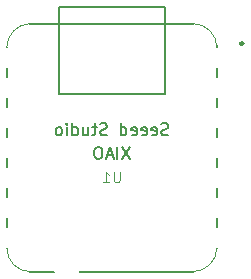
<source format=gbr>
%TF.GenerationSoftware,KiCad,Pcbnew,8.0.6*%
%TF.CreationDate,2024-10-21T23:06:16+01:00*%
%TF.ProjectId,vrishpad,76726973-6870-4616-942e-6b696361645f,rev?*%
%TF.SameCoordinates,Original*%
%TF.FileFunction,Legend,Bot*%
%TF.FilePolarity,Positive*%
%FSLAX46Y46*%
G04 Gerber Fmt 4.6, Leading zero omitted, Abs format (unit mm)*
G04 Created by KiCad (PCBNEW 8.0.6) date 2024-10-21 23:06:16*
%MOMM*%
%LPD*%
G01*
G04 APERTURE LIST*
%ADD10C,0.101600*%
%ADD11C,0.150000*%
%ADD12C,0.025400*%
%ADD13C,0.254000*%
%ADD14C,0.120000*%
%ADD15C,0.127000*%
%ADD16C,1.701800*%
%ADD17C,3.987800*%
%ADD18C,2.300000*%
%ADD19R,1.600000X1.600000*%
%ADD20O,1.600000X1.600000*%
%ADD21R,1.700000X1.700000*%
%ADD22O,1.700000X1.700000*%
%ADD23C,2.000000*%
%ADD24R,3.200000X2.000000*%
%ADD25R,2.000000X2.000000*%
%ADD26O,3.700000X1.700000*%
%ADD27O,3.600000X1.700000*%
%ADD28R,3.500000X1.700000*%
G04 APERTURE END LIST*
D10*
X48293833Y-37108985D02*
X48293833Y-37828652D01*
X48293833Y-37828652D02*
X48251500Y-37913318D01*
X48251500Y-37913318D02*
X48209166Y-37955652D01*
X48209166Y-37955652D02*
X48124500Y-37997985D01*
X48124500Y-37997985D02*
X47955166Y-37997985D01*
X47955166Y-37997985D02*
X47870500Y-37955652D01*
X47870500Y-37955652D02*
X47828166Y-37913318D01*
X47828166Y-37913318D02*
X47785833Y-37828652D01*
X47785833Y-37828652D02*
X47785833Y-37108985D01*
X46896833Y-37997985D02*
X47404833Y-37997985D01*
X47150833Y-37997985D02*
X47150833Y-37108985D01*
X47150833Y-37108985D02*
X47235500Y-37235985D01*
X47235500Y-37235985D02*
X47320167Y-37320652D01*
X47320167Y-37320652D02*
X47404833Y-37362985D01*
D11*
X52378404Y-33959200D02*
X52235547Y-34006819D01*
X52235547Y-34006819D02*
X51997452Y-34006819D01*
X51997452Y-34006819D02*
X51902214Y-33959200D01*
X51902214Y-33959200D02*
X51854595Y-33911580D01*
X51854595Y-33911580D02*
X51806976Y-33816342D01*
X51806976Y-33816342D02*
X51806976Y-33721104D01*
X51806976Y-33721104D02*
X51854595Y-33625866D01*
X51854595Y-33625866D02*
X51902214Y-33578247D01*
X51902214Y-33578247D02*
X51997452Y-33530628D01*
X51997452Y-33530628D02*
X52187928Y-33483009D01*
X52187928Y-33483009D02*
X52283166Y-33435390D01*
X52283166Y-33435390D02*
X52330785Y-33387771D01*
X52330785Y-33387771D02*
X52378404Y-33292533D01*
X52378404Y-33292533D02*
X52378404Y-33197295D01*
X52378404Y-33197295D02*
X52330785Y-33102057D01*
X52330785Y-33102057D02*
X52283166Y-33054438D01*
X52283166Y-33054438D02*
X52187928Y-33006819D01*
X52187928Y-33006819D02*
X51949833Y-33006819D01*
X51949833Y-33006819D02*
X51806976Y-33054438D01*
X50997452Y-33959200D02*
X51092690Y-34006819D01*
X51092690Y-34006819D02*
X51283166Y-34006819D01*
X51283166Y-34006819D02*
X51378404Y-33959200D01*
X51378404Y-33959200D02*
X51426023Y-33863961D01*
X51426023Y-33863961D02*
X51426023Y-33483009D01*
X51426023Y-33483009D02*
X51378404Y-33387771D01*
X51378404Y-33387771D02*
X51283166Y-33340152D01*
X51283166Y-33340152D02*
X51092690Y-33340152D01*
X51092690Y-33340152D02*
X50997452Y-33387771D01*
X50997452Y-33387771D02*
X50949833Y-33483009D01*
X50949833Y-33483009D02*
X50949833Y-33578247D01*
X50949833Y-33578247D02*
X51426023Y-33673485D01*
X50140309Y-33959200D02*
X50235547Y-34006819D01*
X50235547Y-34006819D02*
X50426023Y-34006819D01*
X50426023Y-34006819D02*
X50521261Y-33959200D01*
X50521261Y-33959200D02*
X50568880Y-33863961D01*
X50568880Y-33863961D02*
X50568880Y-33483009D01*
X50568880Y-33483009D02*
X50521261Y-33387771D01*
X50521261Y-33387771D02*
X50426023Y-33340152D01*
X50426023Y-33340152D02*
X50235547Y-33340152D01*
X50235547Y-33340152D02*
X50140309Y-33387771D01*
X50140309Y-33387771D02*
X50092690Y-33483009D01*
X50092690Y-33483009D02*
X50092690Y-33578247D01*
X50092690Y-33578247D02*
X50568880Y-33673485D01*
X49283166Y-33959200D02*
X49378404Y-34006819D01*
X49378404Y-34006819D02*
X49568880Y-34006819D01*
X49568880Y-34006819D02*
X49664118Y-33959200D01*
X49664118Y-33959200D02*
X49711737Y-33863961D01*
X49711737Y-33863961D02*
X49711737Y-33483009D01*
X49711737Y-33483009D02*
X49664118Y-33387771D01*
X49664118Y-33387771D02*
X49568880Y-33340152D01*
X49568880Y-33340152D02*
X49378404Y-33340152D01*
X49378404Y-33340152D02*
X49283166Y-33387771D01*
X49283166Y-33387771D02*
X49235547Y-33483009D01*
X49235547Y-33483009D02*
X49235547Y-33578247D01*
X49235547Y-33578247D02*
X49711737Y-33673485D01*
X48378404Y-34006819D02*
X48378404Y-33006819D01*
X48378404Y-33959200D02*
X48473642Y-34006819D01*
X48473642Y-34006819D02*
X48664118Y-34006819D01*
X48664118Y-34006819D02*
X48759356Y-33959200D01*
X48759356Y-33959200D02*
X48806975Y-33911580D01*
X48806975Y-33911580D02*
X48854594Y-33816342D01*
X48854594Y-33816342D02*
X48854594Y-33530628D01*
X48854594Y-33530628D02*
X48806975Y-33435390D01*
X48806975Y-33435390D02*
X48759356Y-33387771D01*
X48759356Y-33387771D02*
X48664118Y-33340152D01*
X48664118Y-33340152D02*
X48473642Y-33340152D01*
X48473642Y-33340152D02*
X48378404Y-33387771D01*
X47187927Y-33959200D02*
X47045070Y-34006819D01*
X47045070Y-34006819D02*
X46806975Y-34006819D01*
X46806975Y-34006819D02*
X46711737Y-33959200D01*
X46711737Y-33959200D02*
X46664118Y-33911580D01*
X46664118Y-33911580D02*
X46616499Y-33816342D01*
X46616499Y-33816342D02*
X46616499Y-33721104D01*
X46616499Y-33721104D02*
X46664118Y-33625866D01*
X46664118Y-33625866D02*
X46711737Y-33578247D01*
X46711737Y-33578247D02*
X46806975Y-33530628D01*
X46806975Y-33530628D02*
X46997451Y-33483009D01*
X46997451Y-33483009D02*
X47092689Y-33435390D01*
X47092689Y-33435390D02*
X47140308Y-33387771D01*
X47140308Y-33387771D02*
X47187927Y-33292533D01*
X47187927Y-33292533D02*
X47187927Y-33197295D01*
X47187927Y-33197295D02*
X47140308Y-33102057D01*
X47140308Y-33102057D02*
X47092689Y-33054438D01*
X47092689Y-33054438D02*
X46997451Y-33006819D01*
X46997451Y-33006819D02*
X46759356Y-33006819D01*
X46759356Y-33006819D02*
X46616499Y-33054438D01*
X46330784Y-33340152D02*
X45949832Y-33340152D01*
X46187927Y-33006819D02*
X46187927Y-33863961D01*
X46187927Y-33863961D02*
X46140308Y-33959200D01*
X46140308Y-33959200D02*
X46045070Y-34006819D01*
X46045070Y-34006819D02*
X45949832Y-34006819D01*
X45187927Y-33340152D02*
X45187927Y-34006819D01*
X45616498Y-33340152D02*
X45616498Y-33863961D01*
X45616498Y-33863961D02*
X45568879Y-33959200D01*
X45568879Y-33959200D02*
X45473641Y-34006819D01*
X45473641Y-34006819D02*
X45330784Y-34006819D01*
X45330784Y-34006819D02*
X45235546Y-33959200D01*
X45235546Y-33959200D02*
X45187927Y-33911580D01*
X44283165Y-34006819D02*
X44283165Y-33006819D01*
X44283165Y-33959200D02*
X44378403Y-34006819D01*
X44378403Y-34006819D02*
X44568879Y-34006819D01*
X44568879Y-34006819D02*
X44664117Y-33959200D01*
X44664117Y-33959200D02*
X44711736Y-33911580D01*
X44711736Y-33911580D02*
X44759355Y-33816342D01*
X44759355Y-33816342D02*
X44759355Y-33530628D01*
X44759355Y-33530628D02*
X44711736Y-33435390D01*
X44711736Y-33435390D02*
X44664117Y-33387771D01*
X44664117Y-33387771D02*
X44568879Y-33340152D01*
X44568879Y-33340152D02*
X44378403Y-33340152D01*
X44378403Y-33340152D02*
X44283165Y-33387771D01*
X43806974Y-34006819D02*
X43806974Y-33340152D01*
X43806974Y-33006819D02*
X43854593Y-33054438D01*
X43854593Y-33054438D02*
X43806974Y-33102057D01*
X43806974Y-33102057D02*
X43759355Y-33054438D01*
X43759355Y-33054438D02*
X43806974Y-33006819D01*
X43806974Y-33006819D02*
X43806974Y-33102057D01*
X43187927Y-34006819D02*
X43283165Y-33959200D01*
X43283165Y-33959200D02*
X43330784Y-33911580D01*
X43330784Y-33911580D02*
X43378403Y-33816342D01*
X43378403Y-33816342D02*
X43378403Y-33530628D01*
X43378403Y-33530628D02*
X43330784Y-33435390D01*
X43330784Y-33435390D02*
X43283165Y-33387771D01*
X43283165Y-33387771D02*
X43187927Y-33340152D01*
X43187927Y-33340152D02*
X43045070Y-33340152D01*
X43045070Y-33340152D02*
X42949832Y-33387771D01*
X42949832Y-33387771D02*
X42902213Y-33435390D01*
X42902213Y-33435390D02*
X42854594Y-33530628D01*
X42854594Y-33530628D02*
X42854594Y-33816342D01*
X42854594Y-33816342D02*
X42902213Y-33911580D01*
X42902213Y-33911580D02*
X42949832Y-33959200D01*
X42949832Y-33959200D02*
X43045070Y-34006819D01*
X43045070Y-34006819D02*
X43187927Y-34006819D01*
X49140308Y-35006819D02*
X48473642Y-36006819D01*
X48473642Y-35006819D02*
X49140308Y-36006819D01*
X48092689Y-36006819D02*
X48092689Y-35006819D01*
X47664118Y-35721104D02*
X47187928Y-35721104D01*
X47759356Y-36006819D02*
X47426023Y-35006819D01*
X47426023Y-35006819D02*
X47092690Y-36006819D01*
X46568880Y-35006819D02*
X46378404Y-35006819D01*
X46378404Y-35006819D02*
X46283166Y-35054438D01*
X46283166Y-35054438D02*
X46187928Y-35149676D01*
X46187928Y-35149676D02*
X46140309Y-35340152D01*
X46140309Y-35340152D02*
X46140309Y-35673485D01*
X46140309Y-35673485D02*
X46187928Y-35863961D01*
X46187928Y-35863961D02*
X46283166Y-35959200D01*
X46283166Y-35959200D02*
X46378404Y-36006819D01*
X46378404Y-36006819D02*
X46568880Y-36006819D01*
X46568880Y-36006819D02*
X46664118Y-35959200D01*
X46664118Y-35959200D02*
X46759356Y-35863961D01*
X46759356Y-35863961D02*
X46806975Y-35673485D01*
X46806975Y-35673485D02*
X46806975Y-35340152D01*
X46806975Y-35340152D02*
X46759356Y-35149676D01*
X46759356Y-35149676D02*
X46664118Y-35054438D01*
X46664118Y-35054438D02*
X46568880Y-35006819D01*
D12*
%TO.C,U1*%
X38774252Y-43962955D02*
X38764347Y-43914950D01*
X38755456Y-43866690D01*
X38747836Y-43818175D01*
X38741232Y-43769407D01*
X38735899Y-43720639D01*
X38731835Y-43671618D01*
X38728787Y-43622850D01*
X38727008Y-43573574D01*
X38774252Y-43962955D01*
X56501167Y-26441527D02*
X56504215Y-26490295D01*
X56497103Y-26392506D01*
X56501167Y-26441527D01*
D13*
X58743500Y-26252000D02*
G75*
G02*
X58489500Y-26252000I-127000J0D01*
G01*
X58489500Y-26252000D02*
G75*
G02*
X58743500Y-26252000I127000J0D01*
G01*
D14*
X56516500Y-43552000D02*
G75*
G02*
X54516500Y-45552000I-2044857J44857D01*
G01*
X54516500Y-24552000D02*
G75*
G02*
X56516500Y-26552000I-44612J-2044612D01*
G01*
X40716500Y-45552000D02*
G75*
G02*
X38716500Y-43552000I0J2000000D01*
G01*
X38716500Y-26552000D02*
G75*
G02*
X40716500Y-24552000I2044610J-44610D01*
G01*
D15*
X56516500Y-43552000D02*
X56516500Y-26552000D01*
X54516500Y-24552910D02*
X40716500Y-24552910D01*
X52116500Y-30481270D02*
X43116500Y-30481270D01*
X52116500Y-23127970D02*
X52116500Y-30481270D01*
X43116500Y-30481270D02*
X43116500Y-23127970D01*
X43116500Y-23127970D02*
X52116500Y-23127970D01*
X40716500Y-45552000D02*
X54516500Y-45552000D01*
X38716500Y-26552000D02*
X38716500Y-43552000D01*
%TD*%
%LPC*%
D16*
%TO.C,SW7*%
X80645000Y-66675000D03*
D17*
X85725000Y-66675000D03*
D16*
X90805000Y-66675000D03*
D18*
X81915000Y-64135000D03*
X88265000Y-61595000D03*
%TD*%
D19*
%TO.C,D2*%
X56007000Y-75184000D03*
D20*
X56007000Y-67564000D03*
%TD*%
D19*
%TO.C,D10*%
X75184000Y-94234000D03*
D20*
X75184000Y-86614000D03*
%TD*%
D19*
%TO.C,D9*%
X56134000Y-94107000D03*
D20*
X56134000Y-86487000D03*
%TD*%
D16*
%TO.C,SW12*%
X61595000Y-104775000D03*
D17*
X66675000Y-104775000D03*
D16*
X71755000Y-104775000D03*
D18*
X62865000Y-102235000D03*
X69215000Y-99695000D03*
%TD*%
D16*
%TO.C,SW3*%
X42545000Y-47625000D03*
D17*
X47625000Y-47625000D03*
D16*
X52705000Y-47625000D03*
D18*
X43815000Y-45085000D03*
X50165000Y-42545000D03*
%TD*%
D21*
%TO.C,U2*%
X93345000Y-26670000D03*
D22*
X93345000Y-29210000D03*
X93345000Y-31750000D03*
X93345000Y-34290000D03*
%TD*%
D16*
%TO.C,SW9*%
X42545000Y-85725000D03*
D17*
X47625000Y-85725000D03*
D16*
X52705000Y-85725000D03*
D18*
X43815000Y-83185000D03*
X50165000Y-80645000D03*
%TD*%
D19*
%TO.C,D15*%
X94234000Y-113030000D03*
D20*
X94234000Y-105410000D03*
%TD*%
D16*
%TO.C,SW5*%
X61595000Y-47625000D03*
D17*
X66675000Y-47625000D03*
D16*
X71755000Y-47625000D03*
D18*
X62865000Y-45085000D03*
X69215000Y-42545000D03*
%TD*%
D16*
%TO.C,SW6*%
X61595000Y-66675000D03*
D17*
X66675000Y-66675000D03*
D16*
X71755000Y-66675000D03*
D18*
X62865000Y-64135000D03*
X69215000Y-61595000D03*
%TD*%
D19*
%TO.C,D1*%
X56007000Y-56134000D03*
D20*
X56007000Y-48514000D03*
%TD*%
D16*
%TO.C,SW4*%
X42545000Y-66675000D03*
D17*
X47625000Y-66675000D03*
D16*
X52705000Y-66675000D03*
D18*
X43815000Y-64135000D03*
X50165000Y-61595000D03*
%TD*%
D19*
%TO.C,D3*%
X75184000Y-56134000D03*
D20*
X75184000Y-48514000D03*
%TD*%
D19*
%TO.C,D4*%
X75184000Y-75184000D03*
D20*
X75184000Y-67564000D03*
%TD*%
D16*
%TO.C,SW11*%
X42545000Y-104775000D03*
D17*
X47625000Y-104775000D03*
D16*
X52705000Y-104775000D03*
D18*
X43815000Y-102235000D03*
X50165000Y-99695000D03*
%TD*%
D19*
%TO.C,D5*%
X77724000Y-56134000D03*
D20*
X85344000Y-56134000D03*
%TD*%
D19*
%TO.C,D13*%
X94234000Y-94234000D03*
D20*
X94234000Y-86614000D03*
%TD*%
D19*
%TO.C,D11*%
X56134000Y-113284000D03*
D20*
X56134000Y-105664000D03*
%TD*%
D19*
%TO.C,D7*%
X94234000Y-75184000D03*
D20*
X94234000Y-67564000D03*
%TD*%
D19*
%TO.C,D12*%
X75184000Y-113284000D03*
D20*
X75184000Y-105664000D03*
%TD*%
D16*
%TO.C,SW15*%
X80645000Y-104775000D03*
D17*
X85725000Y-104775000D03*
D16*
X90805000Y-104775000D03*
D18*
X81915000Y-102235000D03*
X88265000Y-99695000D03*
%TD*%
D16*
%TO.C,SW13*%
X80645000Y-85725000D03*
D17*
X85725000Y-85725000D03*
D16*
X90805000Y-85725000D03*
D18*
X81915000Y-83185000D03*
X88265000Y-80645000D03*
%TD*%
D16*
%TO.C,SW10*%
X61595000Y-85725000D03*
D17*
X66675000Y-85725000D03*
D16*
X71755000Y-85725000D03*
D18*
X62865000Y-83185000D03*
X69215000Y-80645000D03*
%TD*%
D23*
%TO.C,SW17*%
X92975000Y-45125000D03*
X92975000Y-50125000D03*
D24*
X85975000Y-53225000D03*
X85975000Y-42025000D03*
D23*
X78475000Y-47625000D03*
X78475000Y-50125000D03*
D25*
X78475000Y-45125000D03*
%TD*%
D26*
%TO.C,U1*%
X38991500Y-27432000D03*
X38991500Y-29972000D03*
X38991500Y-32512000D03*
X38991500Y-35052000D03*
D27*
X38991500Y-37592000D03*
X38991500Y-40132000D03*
X38991500Y-42672000D03*
X56241500Y-42672000D03*
X56241500Y-40132000D03*
X56241500Y-37592000D03*
X56241500Y-35052000D03*
X56241500Y-32512000D03*
X56241500Y-29972000D03*
D28*
X56241500Y-27432000D03*
%TD*%
%LPD*%
M02*

</source>
